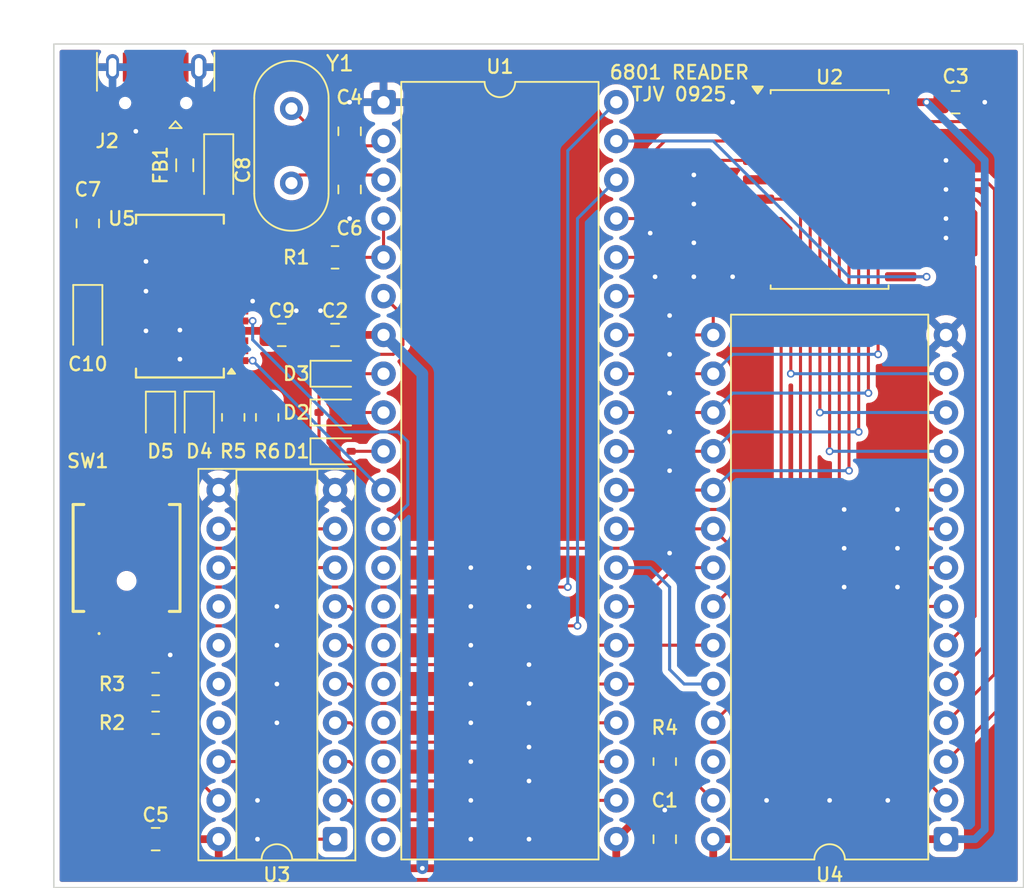
<source format=kicad_pcb>
(kicad_pcb (version 20241229) (generator "pcbnew") (generator_version "9.0")
  (layers (0 "F.Cu" signal) (2 "B.Cu" signal) (13 "F.Paste" user) (15 "B.Paste" user) (5 "F.SilkS" user "F.Silkscreen") (7 "B.SilkS" user "B.Silkscreen") (1 "F.Mask" user) (3 "B.Mask" user) (25 "Edge.Cuts" user))
  (net 0 "")
  (net 1 "+5V")
  (net 2 "GND")
  (net 3 "Net-(U1-XTAL)")
  (net 4 "Net-(U1-EXTAL)")
  (net 5 "Net-(D1-A)")
  (net 6 "/RESET")
  (net 7 "Net-(D2-A)")
  (net 8 "Net-(D3-A)")
  (net 9 "Net-(U1-~{IRQ})")
  (net 10 "Net-(U4-~{PGM})")
  (net 12 "/A8")
  (net 13 "/D5")
  (net 15 "/A14")
  (net 18 "/D2")
  (net 19 "Net-(U1-E)")
  (net 20 "/D3")
  (net 21 "/D6")
  (net 22 "/D1")
  (net 23 "/D4")
  (net 24 "/A12")
  (net 25 "/A15")
  (net 27 "Net-(U1-SC1)")
  (net 29 "Net-(U1-SC2)")
  (net 30 "/D7")
  (net 32 "/TX")
  (net 33 "/RX")
  (net 34 "/A10")
  (net 35 "/D0")
  (net 36 "/A13")
  (net 38 "/A9")
  (net 39 "Net-(U2-O2)")
  (net 40 "Net-(U2-O1)")
  (net 41 "Net-(U2-O4)")
  (net 42 "Net-(U2-O5)")
  (net 43 "Net-(U2-O3)")
  (net 44 "Net-(U2-O6)")
  (net 45 "Net-(U2-O0)")
  (net 46 "Net-(U2-O7)")
  (net 47 "/~{CS}")
  (net 48 "Net-(U3-I1{slash}CLK)")
  (net 66 "Net-(U5-3V3OUT)")
  (net 67 "Net-(D4-K)")
  (net 68 "Net-(D4-A)")
  (net 69 "Net-(D5-K)")
  (net 70 "Net-(D5-A)")
  (net 71 "Net-(J2-D-)")
  (net 72 "Net-(J2-D+)")
  (net 73 "Net-(J2-VBUS)")
  (net 75 "Net-(SW1-C)")
  (net 76 "Net-(SW1-A)")
  (net 77 "/A11")
  (footprint "LED_SMD:LED_0805_2012Metric" (layer "F.Cu") (at 83.185 64.4525 -90)
    (property "Reference" "D5")
    (property "Value" "LED")
  )
  (footprint "Capacitor_SMD:C_0805_2012Metric" (layer "F.Cu") (at 82.8675 92.075 180)
    (property "Reference" "C5")
    (property "Value" "100n")
  )
  (footprint "Resistor_SMD:R_0805_2012Metric" (layer "F.Cu") (at 82.8675 84.455 180)
    (property "Reference" "R2")
    (property "Value" "1k")
  )
  (footprint "Capacitor_SMD:C_0805_2012Metric" (layer "F.Cu") (at 78.4225 51.7525 90)
    (property "Reference" "C7")
    (property "Value" "100n")
  )
  (footprint "Resistor_SMD:R_0805_2012Metric" (layer "F.Cu") (at 82.8675 81.915 180)
    (property "Reference" "R3")
    (property "Value" "1k")
  )
  (footprint "Capacitor_SMD:C_0805_2012Metric" (layer "F.Cu") (at 135.255 43.815)
    (property "Reference" "C3")
    (property "Value" "100n")
  )
  (footprint "Connector_USB:USB_Micro-B_XKB_U254-051T-4BH83-F1S" (layer "F.Cu") (at 82.8675 41.91 180)
    (property "Reference" "J2")
    (property "Value" "XKB_U254-051T-4BH83-F1S")
  )
  (footprint "Capacitor_SMD:C_0805_2012Metric" (layer "F.Cu") (at 95.5675 49.53 -90)
    (property "Reference" "C6")
    (property "Value" "22p")
  )
  (footprint "Capacitor_SMD:C_0805_2012Metric" (layer "F.Cu") (at 91.1225 59.055 180)
    (property "Reference" "C9")
    (property "Value" "100n")
  )
  (footprint "Resistor_SMD:R_0805_2012Metric" (layer "F.Cu") (at 116.205 86.995 -90)
    (property "Reference" "R4")
    (property "Value" "1k")
  )
  (footprint "Inductor_SMD:L_0805_2012Metric" (layer "F.Cu") (at 84.7725 47.9425 90)
    (property "Reference" "FB1")
    (property "Value" "HCB2012KF-400T50")
  )
  (footprint "Package_DIP:DIP-40_W15.24mm" (layer "F.Cu") (at 97.79 43.815)
    (property "Reference" "U1")
    (property "Value" "MC6801")
  )
  (footprint "mc6801reader:SPEJ110100" (layer "F.Cu") (at 80.9625 73.66 90)
    (property "Reference" "SW1")
    (property "Value" "SPEJ110100" (hide yes))
  )
  (footprint "Diode_SMD:D_SOD-323" (layer "F.Cu") (at 94.615 64.135)
    (property "Reference" "D2")
    (property "Value" "1N4148")
  )
  (footprint "Capacitor_SMD:C_0805_2012Metric" (layer "F.Cu") (at 95.5675 45.72 90)
    (property "Reference" "C4")
    (property "Value" "22p")
  )
  (footprint "Diode_SMD:D_SOD-323" (layer "F.Cu") (at 94.615 66.675)
    (property "Reference" "D1")
    (property "Value" "1N4148")
  )
  (footprint "Diode_SMD:D_SOD-323" (layer "F.Cu") (at 94.615 61.595)
    (property "Reference" "D3")
    (property "Value" "1N4148")
  )
  (footprint "Package_DIP:DIP-28_W15.24mm" (layer "F.Cu") (at 134.62 92.075 180)
    (property "Reference" "U4")
    (property "Value" "2764")
  )
  (footprint "Resistor_SMD:R_0805_2012Metric" (layer "F.Cu") (at 87.9475 64.4525 -90)
    (property "Reference" "R5")
    (property "Value" "270R")
  )
  (footprint "Resistor_SMD:R_0805_2012Metric" (layer "F.Cu") (at 90.17 64.4525 -90)
    (property "Reference" "R6")
    (property "Value" "270R")
  )
  (footprint "Crystal:Crystal_HC49-U_Vertical" (layer "F.Cu") (at 91.7575 44.2325 -90)
    (property "Reference" "Y1")
    (property "Value" "2.4576MHz")
  )
  (footprint "Package_SO:SSOP-28_5.3x10.2mm_P0.65mm" (layer "F.Cu") (at 84.455 56.515 180)
    (property "Reference" "U5")
    (property "Value" "FT232RL")
  )
  (footprint "Package_SO:SOIC-20W_7.5x12.8mm_P1.27mm" (layer "F.Cu") (at 127 49.53)
    (property "Reference" "U2")
    (property "Value" "74LS373")
  )
  (footprint "Capacitor_Tantalum_SMD:CP_EIA-3216-18_Kemet-A" (layer "F.Cu") (at 86.995 48.2325 -90)
    (property "Reference" "C8")
    (property "Value" "10u")
  )
  (footprint "LED_SMD:LED_0805_2012Metric" (layer "F.Cu") (at 85.725 64.4525 -90)
    (property "Reference" "D4")
    (property "Value" "LED")
  )
  (footprint "Package_DIP:DIP-20_W7.62mm_Socket" (layer "F.Cu") (at 94.615 92.075 180)
    (property "Reference" "U3")
    (property "Value" "GAL16V8")
  )
  (footprint "Capacitor_Tantalum_SMD:CP_EIA-3216-18_Kemet-A" (layer "F.Cu") (at 78.4225 58.1025 -90)
    (property "Reference" "C10")
    (property "Value" "4u7")
  )
  (footprint "Capacitor_SMD:C_0805_2012Metric" (layer "F.Cu") (at 94.615 59.055 180)
    (property "Reference" "C2")
    (property "Value" "100n")
  )
  (footprint "Resistor_SMD:R_0805_2012Metric" (layer "F.Cu") (at 94.615 53.975)
    (property "Reference" "R1")
    (property "Value" "1k")
  )
  (footprint "Capacitor_SMD:C_0805_2012Metric" (layer "F.Cu") (at 116.205 92.075 90)
    (property "Reference" "C1")
    (property "Value" "100n")
  )
  (gr_rect (start 76.2 40.005) (end 139.7 95.25) (stroke (width 0.1)) (fill no) (layer "Edge.Cuts"))
  (gr_text "6801 READER\nTJV 0925" (at 117.1575 43.815 0) (layer "F.SilkS") (effects (font (size 0.889 0.889) (thickness 0.1524) (bold yes)) (justify bottom)))
  (segment (start 116.205 93.98) (end 113.03 93.98) (width 0.508) (layer "F.Cu") (net 1))
  (segment (start 80.855 55.54) (end 86.6775 55.54) (width 0.508) (layer "F.Cu") (net 1))
  (segment (start 116.205 93.025) (end 116.205 93.98) (width 0.508) (layer "F.Cu") (net 1))
  (segment (start 93.7025 53.975) (end 90.805 53.975) (width 0.508) (layer "F.Cu") (net 1))
  (segment (start 131.65 43.815) (end 133.35 43.815) (width 0.508) (layer "F.Cu") (net 1))
  (segment (start 87.63 93.98) (end 100.33 93.98) (width 0.508) (layer "F.Cu") (net 1))
  (segment (start 93.7025 55.285) (end 93.7025 53.975) (width 0.508) (layer "F.Cu") (net 1))
  (segment (start 83.78 84.455) (end 83.78 85.05) (width 0.508) (layer "F.Cu") (net 1))
  (segment (start 115.2125 86.0825) (end 114.6175 86.6775) (width 0.508) (layer "F.Cu") (net 1))
  (segment (start 78.4225 55.88) (end 78.4225 56.75) (width 0.508) (layer "F.Cu") (net 1))
  (segment (start 89.535 51.1175) (end 86.6775 51.1175) (width 0.508) (layer "F.Cu") (net 1))
  (segment (start 119.38 92.075) (end 119.38 93.345) (width 0.508) (layer "F.Cu") (net 1))
  (segment (start 86.995 92.075) (end 86.995 93.345) (width 0.508) (layer "F.Cu") (net 1))
  (segment (start 116.205 86.0825) (end 115.2125 86.0825) (width 0.508) (layer "F.Cu") (net 1))
  (segment (start 95.565 59.055) (end 97.79 59.055) (width 0.508) (layer "F.Cu") (net 1))
  (segment (start 118.745 93.98) (end 116.205 93.98) (width 0.508) (layer "F.Cu") (net 1))
  (segment (start 87.9475 63.54) (end 90.17 63.54) (width 0.508) (layer "F.Cu") (net 1))
  (segment (start 87.9475 62.5475) (end 87.9475 63.54) (width 0.508) (layer "F.Cu") (net 1))
  (segment (start 114.6175 86.6775) (end 114.6175 90.4875) (width 0.508) (layer "F.Cu") (net 1))
  (segment (start 86.6775 58.79) (end 86.6775 61.2775) (width 0.508) (layer "F.Cu") (net 1))
  (segment (start 134.62 92.075) (end 119.38 92.075) (width 0.508) (layer "F.Cu") (net 1))
  (segment (start 84.7725 50.8) (end 85.09 51.1175) (width 0.508) (layer "F.Cu") (net 1))
  (segment (start 89.9075 58.79) (end 90.1725 59.055) (width 0.508) (layer "F.Cu") (net 1))
  (segment (start 95.565 57.1475) (end 93.7025 55.285) (width 0.508) (layer "F.Cu") (net 1))
  (segment (start 90.17 53.34) (end 90.17 51.7525) (width 0.508) (layer "F.Cu") (net 1))
  (segment (start 86.995 93.345) (end 87.63 93.98) (width 0.508) (layer "F.Cu") (net 1))
  (segment (start 86.6775 55.54) (end 86.6775 51.1175) (width 0.508) (layer "F.Cu") (net 1))
  (segment (start 83.78 81.915) (end 83.78 84.455) (width 0.508) (layer "F.Cu") (net 1))
  (segment (start 86.6775 58.79) (end 88.055 58.79) (width 0.508) (layer "F.Cu") (net 1))
  (segment (start 85.09 51.1175) (end 86.6775 51.1175) (width 0.508) (layer "F.Cu") (net 1))
  (segment (start 114.6175 90.4875) (end 113.03 92.075) (width 0.508) (layer "F.Cu") (net 1))
  (segment (start 100.33 93.98) (end 113.03 93.98) (width 0.508) (layer "F.Cu") (net 1))
  (segment (start 113.03 93.98) (end 113.03 92.075) (width 0.508) (layer "F.Cu") (net 1))
  (segment (start 86.6775 55.54) (end 86.6775 58.79) (width 0.508) (layer "F.Cu") (net 1))
  (segment (start 133.35 43.815) (end 134.305 43.815) (width 0.508) (layer "F.Cu") (net 1))
  (segment (start 84.7725 49.005) (end 84.7725 50.8) (width 0.508) (layer "F.Cu") (net 1))
  (segment (start 90.805 53.975) (end 90.17 53.34) (width 0.508) (layer "F.Cu") (net 1))
  (segment (start 83.8175 92.075) (end 86.995 92.075) (width 0.508) (layer "F.Cu") (net 1))
  (segment (start 78.7625 55.54) (end 78.4225 55.88) (width 0.508) (layer "F.Cu") (net 1))
  (segment (start 83.8175 85.0875) (end 83.8175 92.075) (width 0.508) (layer "F.Cu") (net 1))
  (segment (start 90.17 51.7525) (end 89.535 51.1175) (width 0.508) (layer "F.Cu") (net 1))
  (segment (start 88.055 58.79) (end 89.9075 58.79) (width 0.508) (layer "F.Cu") (net 1))
  (segment (start 119.38 93.345) (end 118.745 93.98) (width 0.508) (layer "F.Cu") (net 1))
  (segment (start 95.565 59.055) (end 95.565 57.1475) (width 0.508) (layer "F.Cu") (net 1))
  (segment (start 83.78 85.05) (end 83.8175 85.0875) (width 0.508) (layer "F.Cu") (net 1))
  (segment (start 80.855 55.54) (end 78.7625 55.54) (width 0.508) (layer "F.Cu") (net 1))
  (segment (start 86.6775 61.2775) (end 87.9475 62.5475) (width 0.508) (layer "F.Cu") (net 1))
  (via (at 133.35 43.815) (size 0.508) (drill 0.3048) (layers "F.Cu" "B.Cu") (net 1))
  (via (at 100.33 93.98) (size 0.508) (drill 0.3048) (layers "F.Cu" "B.Cu") (net 1))
  (segment (start 136.525 92.075) (end 137.16 91.44) (width 0.508) (layer "B.Cu") (net 1))
  (segment (start 100.33 61.595) (end 100.33 93.98) (width 0.762) (layer "B.Cu") (net 1))
  (segment (start 137.16 47.625) (end 133.35 43.815) (width 0.508) (layer "B.Cu") (net 1))
  (segment (start 137.16 91.44) (end 137.16 47.625) (width 0.508) (layer "B.Cu") (net 1))
  (segment (start 134.62 92.075) (end 136.525 92.075) (width 0.508) (layer "B.Cu") (net 1))
  (segment (start 97.79 59.055) (end 100.33 61.595) (width 0.762) (layer "B.Cu") (net 1))
  (segment (start 81.5675 44.195) (end 81.5675 45.72) (width 0.2032) (layer "F.Cu") (net 2))
  (segment (start 136.205 43.815) (end 137.16 43.815) (width 0.2) (layer "F.Cu") (net 2))
  (segment (start 88.055 56.84) (end 89.2175 56.84) (width 0.2) (layer "F.Cu") (net 2))
  (segment (start 80.855 54.24) (end 82.2325 54.24) (width 0.2) (layer "F.Cu") (net 2))
  (segment (start 116.205 91.125) (end 116.205 90.17) (width 0.2) (layer "F.Cu") (net 2))
  (segment (start 122.35 43.815) (end 120.65 43.815) (width 0.2) (layer "F.Cu") (net 2))
  (segment (start 122.35 55.245) (end 120.65 55.245) (width 0.2) (layer "F.Cu") (net 2))
  (segment (start 80.855 58.79) (end 82.2325 58.79) (width 0.2) (layer "F.Cu") (net 2))
  (segment (start 80.855 56.19) (end 82.2325 56.19) (width 0.2) (layer "F.Cu") (net 2))
  (segment (start 80.855 59.44) (end 80.855 58.79) (width 0.2) (layer "F.Cu") (net 2))
  (segment (start 95.5675 51.435) (end 95.5675 50.48) (width 0.2) (layer "F.Cu") (net 2))
  (segment (start 95.5675 43.815) (end 95.5675 44.77) (width 0.2) (layer "F.Cu") (net 2))
  (via (at 103.505 74.295) (size 0.508) (drill 0.3048) (layers "F.Cu" "B.Cu") (net 2))
  (via (at 95.5675 43.815) (size 0.508) (drill 0.3048) (layers "F.Cu" "B.Cu") (net 2))
  (via (at 103.505 84.455) (size 0.508) (drill 0.3048) (layers "F.Cu" "B.Cu") (net 2))
  (via (at 134.62 52.705) (size 0.508) (drill 0.3048) (layers "F.Cu" "B.Cu") (net 2))
  (via (at 107.315 80.645) (size 0.508) (drill 0.3048) (layers "F.Cu" "B.Cu") (net 2))
  (via (at 118.11 55.245) (size 0.508) (drill 0.3048) (layers "F.Cu" "B.Cu") (net 2))
  (via (at 89.2175 56.84) (size 0.508) (drill 0.3048) (layers "F.Cu" "B.Cu") (net 2))
  (via (at 127 89.535) (size 0.508) (drill 0.3048) (layers "F.Cu" "B.Cu") (net 2))
  (via (at 131.445 75.565) (size 0.508) (drill 0.3048) (layers "F.Cu" "B.Cu") (net 2))
  (via (at 107.315 83.185) (size 0.508) (drill 0.3048) (layers "F.Cu" "B.Cu") (net 2))
  (via (at 107.315 76.835) (size 0.508) (drill 0.3048) (layers "F.Cu" "B.Cu") (net 2))
  (via (at 118.11 53.0225) (size 0.508) (drill 0.3048) (layers "F.Cu" "B.Cu") (net 2))
  (via (at 82.2325 58.79) (size 0.508) (drill 0.3048) (layers "F.Cu" "B.Cu") (net 2))
  (via (at 81.5675 45.72) (size 0.508) (drill 0.3048) (layers "F.Cu" "B.Cu") (net 2))
  (via (at 107.315 88.265) (size 0.508) (drill 0.3048) (layers "F.Cu" "B.Cu") (net 2))
  (via (at 103.505 76.835) (size 0.508) (drill 0.3048) (layers "F.Cu" "B.Cu") (net 2))
  (via (at 118.11 50.4825) (size 0.508) (drill 0.3048) (layers "F.Cu" "B.Cu") (net 2))
  (via (at 89.535 89.535) (size 0.508) (drill 0.3048) (layers "F.Cu" "B.Cu") (net 2))
  (via (at 107.315 74.295) (size 0.508) (drill 0.3048) (layers "F.Cu" "B.Cu") (net 2))
  (via (at 103.505 89.535) (size 0.508) (drill 0.3048) (layers "F.Cu" "B.Cu") (net 2))
  (via (at 116.5225 57.785) (size 0.508) (drill 0.3048) (layers "F.Cu" "B.Cu") (net 2))
  (via (at 95.5675 51.435) (size 0.508) (drill 0.3048) (layers "F.Cu" "B.Cu") (net 2))
  (via (at 130.81 89.535) (size 0.508) (drill 0.3048) (layers "F.Cu" "B.Cu") (net 2))
  (via (at 116.5225 60.325) (size 0.508) (drill 0.3048) (layers "F.Cu" "B.Cu") (net 2))
  (via (at 137.16 43.815) (size 0.508) (drill 0.3048) (layers "F.Cu" "B.Cu") (net 2))
  (via (at 82.2325 54.24) (size 0.508) (drill 0.3048) (layers "F.Cu" "B.Cu") (net 2))
  (via (at 116.5225 73.3425) (size 0.508) (drill 0.3048) (layers "F.Cu" "B.Cu") (net 2))
  (via (at 92.075 57.4675) (size 0.508) (drill 0.3048) (layers "F.Cu" "B.Cu") (net 2))
  (via (at 127.9525 75.565) (size 0.508) (drill 0.3048) (layers "F.Cu" "B.Cu") (net 2))
  (via (at 103.505 81.915) (size 0.508) (drill 0.3048) (layers "F.Cu" "B.Cu") (net 2))
  (via (at 134.62 47.625) (size 0.508) (drill 0.3048) (layers "F.Cu" "B.Cu") (net 2))
  (via (at 122.8725 89.535) (size 0.508) (drill 0.3048) (layers "F.Cu" "B.Cu") (net 2))
  (via (at 131.445 70.485) (size 0.508) (drill 0.3048) (layers "F.Cu" "B.Cu") (net 2))
  (via (at 116.5225 65.405) (size 0.508) (drill 0.3048) (layers "F.Cu" "B.Cu") (net 2))
  (via (at 118.11 48.5775) (size 0.508) (drill 0.3048) (layers "F.Cu" "B.Cu") (net 2))
  (via (at 90.805 84.455) (size 0.508) (drill 0.3048) (layers "F.Cu" "B.Cu") (net 2))
  (via (at 103.505 86.995) (size 0.508) (drill 0.3048) (layers "F.Cu" "B.Cu") (net 2))
  (via (at 90.805 76.835) (size 0.508) (drill 0.3048) (layers "F.Cu" "B.Cu") (net 2))
  (via (at 90.805 81.915) (size 0.508) (drill 0.3048) (layers "F.Cu" "B.Cu") (net 2))
  (via (at 134.62 51.435) (size 0.508) (drill 0.3048) (layers "F.Cu" "B.Cu") (net 2))
  (via (at 115.2525 52.3875) (size 0.508) (drill 0.3048) (layers "F.Cu" "B.Cu") (net 2))
  (via (at 120.65 43.815) (size 0.508) (drill 0.3048) (layers "F.Cu" "B.Cu") (net 2))
  (via (at 107.315 86.0425) (size 0.508) (drill 0.3048) (layers "F.Cu" "B.Cu") (net 2))
  (via (at 116.205 90.17) (size 0.508) (drill 0.3048) (layers "F.Cu" "B.Cu") (net 2))
  (via (at 134.62 49.53) (size 0.508) (drill 0.3048) (layers "F.Cu" "B.Cu") (net 2))
  (via (at 89.535 92.075) (size 0.508) (drill 0.3048) (layers "F.Cu" "B.Cu") (net 2))
  (via (at 116.5225 67.945) (size 0.508) (drill 0.3048) (layers "F.Cu" "B.Cu") (net 2))
  (via (at 107.315 92.075) (size 0.508) (drill 0.3048) (layers "F.Cu" "B.Cu") (net 2))
  (via (at 84.455 58.7375) (size 0.508) (drill 0.3048) (layers "F.Cu" "B.Cu") (net 2))
  (via (at 120.65 55.245) (size 0.508) (drill 0.3048) (layers "F.Cu" "B.Cu") (net 2))
  (via (at 82.2325 56.19) (size 0.508) (drill 0.3048) (layers "F.Cu" "B.Cu") (net 2))
  (via (at 93.6625 57.4675) (size 0.508) (drill 0.3048) (layers "F.Cu" "B.Cu") (net 2))
  (via (at 127.9525 70.485) (size 0.508) (drill 0.3048) (layers "F.Cu" "B.Cu") (net 2))
  (via (at 103.505 92.075) (size 0.508) (drill 0.3048) (layers "F.Cu" "B.Cu") (net 2))
  (via (at 116.5225 62.865) (size 0.508) (drill 0.3048) (layers "F.Cu" "B.Cu") (net 2))
  (via (at 131.445 73.025) (size 0.508) (drill 0.3048) (layers "F.Cu" "B.Cu") (net 2))
  (via (at 84.455 60.6425) (size 0.508) (drill 0.3048) (layers "F.Cu" "B.Cu") (net 2))
  (via (at 115.57 55.245) (size 0.508) (drill 0.3048) (layers "F.Cu" "B.Cu") (net 2))
  (via (at 103.505 79.375) (size 0.508) (drill 0.3048) (layers "F.Cu" "B.Cu") (net 2))
  (via (at 83.82 80.01) (size 0.508) (drill 0.3048) (layers "F.Cu" "B.Cu") (net 2))
  (via (at 127.9525 73.025) (size 0.508) (drill 0.3048) (layers "F.Cu" "B.Cu") (net 2))
  (via (at 90.805 79.375) (size 0.508) (drill 0.3048) (layers "F.Cu" "B.Cu") (net 2))
  (segment (start 95.5675 46.67) (end 97.475 46.67) (width 0.2) (layer "F.Cu") (net 3))
  (segment (start 94.195 46.67) (end 91.7575 44.2325) (width 0.2) (layer "F.Cu") (net 3))
  (segment (start 95.5675 46.67) (end 94.195 46.67) (width 0.2) (layer "F.Cu") (net 3))
  (segment (start 95.5675 48.58) (end 97.475 48.58) (width 0.2) (layer "F.Cu") (net 4))
  (segment (start 95.5675 48.58) (end 92.29 48.58) (width 0.2) (layer "F.Cu") (net 4))
  (segment (start 92.29 48.58) (end 91.7575 49.1125) (width 0.2) (layer "F.Cu") (net 4))
  (segment (start 97.79 66.675) (end 95.665 66.675) (width 0.2) (layer "F.Cu") (net 5))
  (segment (start 97.79 56.515) (end 99.06 57.785) (width 0.2032) (layer "F.Cu") (net 6))
  (segment (start 93.565 61.595) (end 93.565 64.135) (width 0.2032) (layer "F.Cu") (net 6))
  (segment (start 93.98 60.325) (end 93.565 60.74) (width 0.2032) (layer "F.Cu") (net 6))
  (segment (start 92.075 67.31) (end 92.71 66.675) (width 0.2032) (layer "F.Cu") (net 6))
  (segment (start 92.71 66.675) (end 93.565 66.675) (width 0.2032) (layer "F.Cu") (net 6))
  (segment (start 91.44 71.755) (end 92.075 71.12) (width 0.2032) (layer "F.Cu") (net 6))
  (segment (start 99.06 59.69) (end 98.425 60.325) (width 0.2032) (layer "F.Cu") (net 6))
  (segment (start 92.075 71.12) (end 92.075 67.31) (width 0.2032) (layer "F.Cu") (net 6))
  (segment (start 93.565 64.135) (end 93.565 66.675) (width 0.2032) (layer "F.Cu") (net 6))
  (segment (start 98.425 60.325) (end 93.98 60.325) (width 0.2032) (layer "F.Cu") (net 6))
  (segment (start 99.06 57.785) (end 99.06 59.69) (width 0.2032) (layer "F.Cu") (net 6))
  (segment (start 86.995 71.755) (end 91.44 71.755) (width 0.2032) (layer "F.Cu") (net 6))
  (segment (start 93.565 60.74) (end 93.565 61.595) (width 0.2032) (layer "F.Cu") (net 6))
  (segment (start 97.79 64.135) (end 95.665 64.135) (width 0.2) (layer "F.Cu") (net 7))
  (segment (start 95.63 61.595) (end 97.79 61.595) (width 0.2) (layer "F.Cu") (net 8))
  (segment (start 97.79 51.435) (end 97.79 53.975) (width 0.2) (layer "F.Cu") (net 9))
  (segment (start 97.79 53.975) (end 95.5275 53.975) (width 0.2) (layer "F.Cu") (net 9))
  (segment (start 116.205 87.9075) (end 117.7525 87.9075) (width 0.2) (layer "F.Cu") (net 10))
  (segment (start 117.7525 87.9075) (end 119.38 89.535) (width 0.2) (layer "F.Cu") (net 10))
  (segment (start 121.92 71.755) (end 121.92 81.915) (width 0.2) (layer "F.Cu") (net 12))
  (segment (start 121.92 81.915) (end 119.38 84.455) (width 0.2) (layer "F.Cu") (net 12))
  (segment (start 113.03 71.755) (end 115.2525 71.755) (width 0.2) (layer "F.Cu") (net 12))
  (segment (start 120.65 70.485) (end 121.92 71.755) (width 0.2) (layer "F.Cu") (net 12))
  (segment (start 115.2525 71.755) (end 116.5225 70.485) (width 0.2) (layer "F.Cu") (net 12))
  (segment (start 116.5225 70.485) (end 120.65 70.485) (width 0.2) (layer "F.Cu") (net 12))
  (segment (start 130.175 51.435) (end 131.65 51.435) (width 0.2) (layer "F.Cu") (net 13))
  (segment (start 129.54 52.07) (end 130.175 51.435) (width 0.2) (layer "F.Cu") (net 13))
  (segment (start 129.54 62.865) (end 129.54 52.07) (width 0.2) (layer "F.Cu") (net 13))
  (segment (start 113.03 64.135) (end 119.38 64.135) (width 0.2) (layer "F.Cu") (net 13))
  (via (at 129.54 62.865) (size 0.508) (drill 0.3048) (layers "F.Cu" "B.Cu") (net 13))
  (segment (start 129.54 62.865) (end 120.65 62.865) (width 0.2) (layer "B.Cu") (net 13))
  (segment (start 120.65 62.865) (end 119.38 64.135) (width 0.2) (layer "B.Cu") (net 13))
  (segment (start 96.8375 88.265) (end 104.775 88.265) (width 0.2) (layer "F.Cu") (net 15))
  (segment (start 104.775 88.265) (end 106.045 86.995) (width 0.2) (layer "F.Cu") (net 15))
  (segment (start 95.5675 86.995) (end 96.8375 88.265) (width 0.2) (layer "F.Cu") (net 15))
  (segment (start 106.045 86.995) (end 113.03 86.995) (width 0.2) (layer "F.Cu") (net 15))
  (segment (start 94.615 86.995) (end 95.5675 86.995) (width 0.2) (layer "F.Cu") (net 15))
  (segment (start 117.475 51.435) (end 122.35 51.435) (width 0.2) (layer "F.Cu") (net 18))
  (segment (start 113.03 56.515) (end 116.205 56.515) (width 0.2) (layer "F.Cu") (net 18))
  (segment (start 124.46 52.07) (end 123.825 51.435) (width 0.2) (layer "F.Cu") (net 18))
  (segment (start 123.825 51.435) (end 122.35 51.435) (width 0.2) (layer "F.Cu") (net 18))
  (segment (start 116.205 56.515) (end 116.84 55.88) (width 0.2) (layer "F.Cu") (net 18))
  (segment (start 116.84 52.07) (end 117.475 51.435) (width 0.2) (layer "F.Cu") (net 18))
  (segment (start 124.46 61.595) (end 124.46 52.07) (width 0.2) (layer "F.Cu") (net 18))
  (segment (start 116.84 55.88) (end 116.84 52.07) (width 0.2) (layer "F.Cu") (net 18))
  (via (at 124.46 61.595) (size 0.508) (drill 0.3048) (layers "F.Cu" "B.Cu") (net 18))
  (segment (start 124.46 61.595) (end 134.62 61.595) (width 0.2) (layer "B.Cu") (net 18))
  (segment (start 85.4075 87.9475) (end 86.995 89.535) (width 0.2) (layer "F.Cu") (net 19))
  (segment (start 93.6625 75.565) (end 91.1225 78.105) (width 0.2) (layer "F.Cu") (net 19))
  (segment (start 85.4075 78.74) (end 85.4075 87.9475) (width 0.2) (layer "F.Cu") (net 19))
  (segment (start 91.1225 78.105) (end 86.0425 78.105) (width 0.2) (layer "F.Cu") (net 19))
  (segment (start 109.855 75.565) (end 93.6625 75.565) (width 0.2) (layer "F.Cu") (net 19))
  (segment (start 86.0425 78.105) (end 85.4075 78.74) (width 0.2) (layer "F.Cu") (net 19))
  (via (at 109.855 75.565) (size 0.508) (drill 0.3048) (layers "F.Cu" "B.Cu") (net 19))
  (segment (start 109.855 46.99) (end 113.03 43.815) (width 0.2) (layer "B.Cu") (net 19))
  (segment (start 109.855 75.565) (end 109.855 46.99) (width 0.2) (layer "B.Cu") (net 19))
  (segment (start 113.03 59.055) (end 119.38 59.055) (width 0.2) (layer "F.Cu") (net 20))
  (segment (start 119.38 53.34) (end 119.38 59.055) (width 0.2) (layer "F.Cu") (net 20))
  (segment (start 122.35 52.705) (end 120.015 52.705) (width 0.2) (layer "F.Cu") (net 20))
  (segment (start 120.015 52.705) (end 119.38 53.34) (width 0.2) (layer "F.Cu") (net 20))
  (segment (start 113.03 66.675) (end 118.745 66.675) (width 0.2) (layer "F.Cu") (net 21))
  (segment (start 128.905 48.26) (end 129.54 47.625) (width 0.2) (layer "F.Cu") (net 21))
  (segment (start 128.905 65.405) (end 128.905 48.26) (width 0.2) (layer "F.Cu") (net 21))
  (segment (start 129.54 47.625) (end 131.65 47.625) (width 0.2) (layer "F.Cu") (net 21))
  (via (at 128.905 65.405) (size 0.508) (drill 0.3048) (layers "F.Cu" "B.Cu") (net 21))
  (segment (start 120.65 65.405) (end 119.38 66.675) (width 0.2) (layer "B.Cu") (net 21))
  (segment (start 128.905 65.405) (end 120.65 65.405) (width 0.2) (layer "B.Cu") (net 21))
  (segment (start 126.365 64.135) (end 126.365 48.26) (width 0.2) (layer "F.Cu") (net 22))
  (segment (start 116.84 47.625) (end 122.35 47.625) (width 0.2) (layer "F.Cu") (net 22))
  (segment (start 115.57 53.975) (end 116.205 53.34) (width 0.2) (layer "F.Cu") (net 22))
  (segment (start 125.73 47.625) (end 122.35 47.625) (width 0.2) (layer "F.Cu") (net 22))
  (segment (start 116.205 48.26) (end 116.84 47.625) (width 0.2) (layer "F.Cu") (net 22))
  (segment (start 126.365 48.26) (end 125.73 47.625) (width 0.2) (layer "F.Cu") (net 22))
  (segment (start 116.205 53.34) (end 116.205 48.26) (width 0.2) (layer "F.Cu") (net 22))
  (segment (start 113.03 53.975) (end 115.57 53.975) (width 0.2) (layer "F.Cu") (net 22))
  (via (at 126.365 64.135) (size 0.508) (drill 0.3048) (layers "F.Cu" "B.Cu") (net 22))
  (segment (start 126.365 64.135) (end 134.62 64.135) (width 0.2) (layer "B.Cu") (net 22))
  (segment (start 130.175 60.325) (end 130.175 52.705) (width 0.2) (layer "F.Cu") (net 23))
  (segment (start 113.03 61.595) (end 119.38 61.595) (width 0.2) (layer "F.Cu") (net 23))
  (segment (start 130.175 52.705) (end 131.65 52.705) (width 0.2) (layer "F.Cu") (net 23))
  (via (at 130.175 60.325) (size 0.508) (drill 0.3048) (layers "F.Cu" "B.Cu") (net 23))
  (segment (start 130.175 60.325) (end 120.65 60.325) (width 0.2) (layer "B.Cu") (net 23))
  (segment (start 120.65 60.325) (end 119.38 61.595) (width 0.2) (layer "B.Cu") (net 23))
  (segment (start 114.3 81.915) (end 118.11 85.725) (width 0.2) (layer "F.Cu") (net 24))
  (segment (start 96.8375 83.185) (end 104.775 83.185) (width 0.2) (layer "F.Cu") (net 24))
  (segment (start 130.81 85.725) (end 134.62 89.535) (width 0.2) (layer "F.Cu") (net 24))
  (segment (start 104.775 83.185) (end 106.045 81.915) (width 0.2) (layer "F.Cu") (net 24))
  (segment (start 95.5675 81.915) (end 96.8375 83.185) (width 0.2) (layer "F.Cu") (net 24))
  (segment (start 118.11 85.725) (end 130.81 85.725) (width 0.2) (layer "F.Cu") (net 24))
  (segment (start 113.03 81.915) (end 114.3 81.915) (width 0.2) (layer "F.Cu") (net 24))
  (segment (start 94.615 81.915) (end 95.5675 81.915) (width 0.2) (layer "F.Cu") (net 24))
  (segment (start 106.045 81.915) (end 113.03 81.915) (width 0.2) (layer "F.Cu") (net 24))
  (segment (start 106.045 89.535) (end 113.03 89.535) (width 0.2) (layer "F.Cu") (net 25))
  (segment (start 94.615 89.535) (end 95.5675 89.535) (width 0.2) (layer "F.Cu") (net 25))
  (segment (start 104.775 90.805) (end 106.045 89.535) (width 0.2) (layer "F.Cu") (net 25))
  (segment (start 96.8375 90.805) (end 104.775 90.805) (width 0.2) (layer "F.Cu") (net 25))
  (segment (start 95.5675 89.535) (end 96.8375 90.805) (width 0.2) (layer "F.Cu") (net 25))
  (segment (start 131.65 55.245) (end 133.35 55.245) (width 0.2) (layer "F.Cu") (net 27))
  (via (at 133.35 55.245) (size 0.508) (drill 0.3048) (layers "F.Cu" "B.Cu") (net 27))
  (segment (start 119.38 46.355) (end 113.03 46.355) (width 0.2) (layer "B.Cu") (net 27))
  (segment (start 128.27 55.245) (end 119.38 46.355) (width 0.2) (layer "B.Cu") (net 27))
  (segment (start 133.35 55.245) (end 128.27 55.245) (width 0.2) (layer "B.Cu") (net 27))
  (segment (start 95.5675 76.835) (end 94.615 76.835) (width 0.2) (layer "F.Cu") (net 29))
  (segment (start 110.49 78.105) (end 96.8375 78.105) (width 0.2) (layer "F.Cu") (net 29))
  (segment (start 96.8375 78.105) (end 95.5675 76.835) (width 0.2) (layer "F.Cu") (net 29))
  (via (at 110.49 78.105) (size 0.508) (drill 0.3048) (layers "F.Cu" "B.Cu") (net 29))
  (segment (start 110.49 78.105) (end 110.49 51.435) (width 0.2) (layer "B.Cu") (net 29))
  (segment (start 110.49 51.435) (end 113.03 48.895) (width 0.2) (layer "B.Cu") (net 29))
  (segment (start 128.27 46.99) (end 128.905 46.355) (width 0.2) (layer "F.Cu") (net 30))
  (segment (start 113.03 69.215) (end 119.38 69.215) (width 0.2) (layer "F.Cu") (net 30))
  (segment (start 128.27 67.945) (end 128.27 46.99) (width 0.2) (layer "F.Cu") (net 30))
  (segment (start 128.905 46.355) (end 131.65 46.355) (width 0.2) (layer "F.Cu") (net 30))
  (via (at 128.27 67.945) (size 0.508) (drill 0.3048) (layers "F.Cu" "B.Cu") (net 30))
  (segment (start 120.65 67.945) (end 119.38 69.215) (width 0.2) (layer "B.Cu") (net 30))
  (segment (start 128.27 67.945) (end 120.65 67.945) (width 0.2) (layer "B.Cu") (net 30))
  (segment (start 88.055 58.14) (end 89.2175 58.14) (width 0.2) (layer "F.Cu") (net 32))
  (via (at 89.2175 58.14) (size 0.508) (drill 0.3048) (layers "F.Cu" "B.Cu") (net 32))
  (segment (start 98.7425 65.405) (end 99.3775 66.04) (width 0.2) (layer "B.Cu") (net 32))
  (segment (start 95.25 65.405) (end 98.7425 65.405) (width 0.2) (layer "B.Cu") (net 32))
  (segment (start 99.3775 70.1675) (end 97.79 71.755) (width 0.2) (layer "B.Cu") (net 32))
  (segment (start 89.2175 59.3725) (end 95.25 65.405) (width 0.2) (layer "B.Cu") (net 32))
  (segment (start 89.2175 58.14) (end 89.2175 59.3725) (width 0.2) (layer "B.Cu") (net 32))
  (segment (start 99.3775 66.04) (end 99.3775 70.1675) (width 0.2) (layer "B.Cu") (net 32))
  (segment (start 88.055 60.74) (end 89.2175 60.74) (width 0.2) (layer "F.Cu") (net 33))
  (via (at 89.2175 60.74) (size 0.508) (drill 0.3048) (layers "F.Cu" "B.Cu") (net 33))
  (segment (start 97.4725 68.995) (end 89.2175 60.74) (width 0.2) (layer "B.Cu") (net 33))
  (segment (start 113.03 76.835) (end 114.3 76.835) (width 0.2) (layer "F.Cu") (net 34))
  (segment (start 116.84 74.295) (end 118.745 74.295) (width 0.2) (layer "F.Cu") (net 34))
  (segment (start 114.3 76.835) (end 116.84 74.295) (width 0.2) (layer "F.Cu") (net 34))
  (segment (start 127 66.675) (end 127 46.99) (width 0.2) (layer "F.Cu") (net 35))
  (segment (start 126.365 46.355) (end 122.35 46.355) (width 0.2) (layer "F.Cu") (net 35))
  (segment (start 113.03 51.435) (end 114.935 51.435) (width 0.2) (layer "F.Cu") (net 35))
  (segment (start 115.57 46.99) (end 116.205 46.355) (width 0.2) (layer "F.Cu") (net 35))
  (segment (start 114.935 51.435) (end 115.57 50.8) (width 0.2) (layer "F.Cu") (net 35))
  (segment (start 127 46.99) (end 126.365 46.355) (width 0.2) (layer "F.Cu") (net 35))
  (segment (start 115.57 50.8) (end 115.57 46.99) (width 0.2) (layer "F.Cu") (net 35))
  (segment (start 116.205 46.355) (end 122.35 46.355) (width 0.2) (layer "F.Cu") (net 35))
  (via (at 127 66.675) (size 0.508) (drill 0.3048) (layers "F.Cu" "B.Cu") (net 35))
  (segment (start 127 66.675) (end 134.62 66.675) (width 0.2) (layer "B.Cu") (net 35))
  (segment (start 104.775 85.725) (end 106.045 84.455) (width 0.2) (layer "F.Cu") (net 36))
  (segment (start 106.045 84.455) (end 113.03 84.455) (width 0.2) (layer "F.Cu") (net 36))
  (segment (start 94.615 84.455) (end 95.646875 84.455) (width 0.2) (layer "F.Cu") (net 36))
  (segment (start 96.916875 85.725) (end 104.775 85.725) (width 0.2) (layer "F.Cu") (net 36))
  (segment (start 95.646875 84.455) (end 96.916875 85.725) (width 0.2) (layer "F.Cu") (net 36))
  (segment (start 117.475 81.915) (end 116.5225 80.9625) (width 0.2032) (layer "B.Cu") (net 38))
  (segment (start 119.38 81.915) (end 117.475 81.915) (width 0.2032) (layer "B.Cu") (net 38))
  (segment (start 116.5225 75.565) (end 115.2525 74.295) (width 0.2032) (layer "B.Cu") (net 38))
  (segment (start 115.2525 74.295) (end 113.03 74.295) (width 0.2032) (layer "B.Cu") (net 38))
  (segment (start 116.5225 80.9625) (end 116.5225 75.565) (width 0.2032) (layer "B.Cu") (net 38))
  (segment (start 125.095 50.8) (end 125.095 73.66) (width 0.2) (layer "F.Cu") (net 39))
  (segment (start 125.73 74.295) (end 134.62 74.295) (width 0.2) (layer "F.Cu") (net 39))
  (segment (start 124.46 50.165) (end 125.095 50.8) (width 0.2) (layer "F.Cu") (net 39))
  (segment (start 125.095 73.66) (end 125.73 74.295) (width 0.2) (layer "F.Cu") (net 39))
  (segment (start 122.35 50.165) (end 124.46 50.165) (width 0.2) (layer "F.Cu") (net 39))
  (segment (start 126.365 71.755) (end 134.62 71.755) (width 0.2) (layer "F.Cu") (net 40))
  (segment (start 125.095 48.895) (end 125.73 49.53) (width 0.2) (layer "F.Cu") (net 40))
  (segment (start 125.73 49.53) (end 125.73 71.12) (width 0.2) (layer "F.Cu") (net 40))
  (segment (start 125.73 71.12) (end 126.365 71.755) (width 0.2) (layer "F.Cu") (net 40))
  (segment (start 122.35 48.895) (end 125.095 48.895) (width 0.2) (layer "F.Cu") (net 40))
  (segment (start 136.525 77.47) (end 134.62 79.375) (width 0.2) (layer "F.Cu") (net 41))
  (segment (start 135.89 53.975) (end 136.525 54.61) (width 0.2) (layer "F.Cu") (net 41))
  (segment (start 136.525 54.61) (end 136.525 77.47) (width 0.2) (layer "F.Cu") (net 41))
  (segment (start 131.65 53.975) (end 135.89 53.975) (width 0.2) (layer "F.Cu") (net 41))
  (segment (start 137.16 79.375) (end 134.62 81.915) (width 0.2) (layer "F.Cu") (net 42))
  (segment (start 137.16 50.8) (end 137.16 79.375) (width 0.2) (layer "F.Cu") (net 42))
  (segment (start 136.525 50.165) (end 137.16 50.8) (width 0.2) (layer "F.Cu") (net 42))
  (segment (start 131.65 50.165) (end 136.525 50.165) (width 0.2) (layer "F.Cu") (net 42))
  (segment (start 123.825 53.975) (end 123.825 76.2) (width 0.2) (layer "F.Cu") (net 43))
  (segment (start 123.825 76.2) (end 124.46 76.835) (width 0.2) (layer "F.Cu") (net 43))
  (segment (start 124.46 76.835) (end 134.62 76.835) (width 0.2) (layer "F.Cu") (net 43))
  (segment (start 122.35 53.975) (end 123.825 53.975) (width 0.2) (layer "F.Cu") (net 43))
  (segment (start 131.65 48.895) (end 137.16 48.895) (width 0.2) (layer "F.Cu") (net 44))
  (segment (start 137.16 48.895) (end 137.795 49.53) (width 0.2) (layer "F.Cu") (net 44))
  (segment (start 137.795 81.28) (end 134.62 84.455) (width 0.2) (layer "F.Cu") (net 44))
  (segment (start 137.795 49.53) (end 137.795 81.28) (width 0.2) (layer "F.Cu") (net 44))
  (segment (start 122.35 45.085) (end 127 45.085) (width 0.2) (layer "F.Cu") (net 45))
  (segment (start 127.635 45.72) (end 127.635 68.58) (width 0.2) (layer "F.Cu") (net 45))
  (segment (start 128.27 69.215) (end 134.62 69.215) (width 0.2) (layer "F.Cu") (net 45))
  (segment (start 127.635 68.58) (end 128.27 69.215) (width 0.2) (layer "F.Cu") (net 45))
  (segment (start 127 45.085) (end 127.635 45.72) (width 0.2) (layer "F.Cu") (net 45))
  (segment (start 131.65 45.085) (end 137.795 45.085) (width 0.2) (layer "F.Cu") (net 46))
  (segment (start 137.795 45.085) (end 138.43 45.72) (width 0.2) (layer "F.Cu") (net 46))
  (segment (start 138.43 45.72) (end 138.43 83.185) (width 0.2) (layer "F.Cu") (net 46))
  (segment (start 138.43 83.185) (end 134.62 86.995) (width 0.2) (layer "F.Cu") (net 46))
  (segment (start 116.5225 71.755) (end 119.38 71.755) (width 0.2) (layer "F.Cu") (net 47))
  (segment (start 91.59875 74.295) (end 92.86875 73.025) (width 0.2) (layer "F.Cu") (net 47))
  (segment (start 115.2525 73.025) (end 116.5225 71.755) (width 0.2) (layer "F.Cu") (net 47))
  (segment (start 86.995 74.295) (end 91.59875 74.295) (width 0.2) (layer "F.Cu") (net 47))
  (segment (start 120.9675 75.2475) (end 119.38 76.835) (width 0.2) (layer "F.Cu") (net 47))
  (segment (start 119.38 71.755) (end 120.9675 73.3425) (width 0.2) (layer "F.Cu") (net 47))
  (segment (start 120.9675 73.3425) (end 120.9675 75.2475) (width 0.2) (layer "F.Cu") (net 47))
  (segment (start 92.86875 73.025) (end 115.2525 73.025) (width 0.2) (layer "F.Cu") (net 47))
  (segment (start 91.7575 92.075) (end 90.805 91.1225) (width 0.2032) (layer "F.Cu") (net 48))
  (segment (start 90.805 91.1225) (end 90.805 87.9475) (width 0.2032) (layer "F.Cu") (net 48))
  (segment (start 90.805 87.9475) (end 89.8525 86.995) (width 0.2032) (layer "F.Cu") (net 48))
  (segment (start 94.615 92.075) (end 91.7575 92.075) (width 0.2032) (layer "F.Cu") (net 48))
  (segment (start 89.8525 86.995) (end 86.995 86.995) (width 0.2032) (layer "F.Cu") (net 48))
  (segment (start 78.4225 53.34) (end 78.4225 52.7025) (width 0.2) (layer "F.Cu") (net 66))
  (segment (start 80.855 53.59) (end 78.6725 53.59) (width 0.2) (layer "F.Cu") (net 66))
  (segment (start 78.6725 53.59) (end 78.4225 53.34) (width 0.2) (layer "F.Cu") (net 66))
  (segment (start 85.725 63.515) (end 85.725 57.15) (width 0.2) (layer "F.Cu") (net 67))
  (segment (start 85.725 57.15) (end 85.415 56.84) (width 0.2) (layer "F.Cu") (net 67))
  (segment (start 85.415 56.84) (end 80.855 56.84) (width 0.2) (layer "F.Cu") (net 67))
  (segment (start 85.725 65.39) (end 87.9225 65.39) (width 0.2032) (layer "F.Cu") (net 68))
  (segment (start 83.185 63.515) (end 83.185 57.785) (width 0.2) (layer "F.Cu") (net 69))
  (segment (start 83.185 57.785) (end 82.89 57.49) (width 0.2) (layer "F.Cu") (net 69))
  (segment (start 82.89 57.49) (end 80.855 57.49) (width 0.2) (layer "F.Cu") (net 69))
  (segment (start 83.5025 66.3575) (end 83.185 66.04) (width 0.2032) (layer "F.Cu") (net 70))
  (segment (start 89.8525 66.3575) (end 83.5025 66.3575) (width 0.2032) (layer "F.Cu") (net 70))
  (segment (start 90.17 66.04) (end 89.8525 66.3575) (width 0.2032) (layer "F.Cu") (net 70))
  (segment (start 90.17 65.365) (end 90.17 66.04) (width 0.2032) (layer "F.Cu") (net 70))
  (segment (start 83.185 66.04) (end 83.185 65.39) (width 0.2032) (layer "F.Cu") (net 70))
  (segment (start 83.5175 44.195) (end 83.5175 52.3725) (width 0.2032) (layer "F.Cu") (net 71))
  (segment (start 83.5175 52.3725) (end 82.95 52.94) (width 0.2032) (layer "F.Cu") (net 71))
  (segment (start 82.95 52.94) (end 80.855 52.94) (width 0.2032) (layer "F.Cu") (net 71))
  (segment (start 82.8675 44.195) (end 82.8675 51.7525) (width 0.2032) (layer "F.Cu") (net 72))
  (segment (start 82.33 52.29) (end 80.855 52.29) (width 0.2032) (layer "F.Cu") (net 72))
  (segment (start 82.8675 51.7525) (end 82.33 52.29) (width 0.2032) (layer "F.Cu") (net 72))
  (segment (start 84.1675 44.195) (end 84.1675 46.275) (width 0.4064) (layer "F.Cu") (net 73))
  (segment (start 84.1675 46.275) (end 84.7725 46.88) (width 0.4064) (layer "F.Cu") (net 73))
  (segment (start 84.7725 46.88) (end 86.705 46.88) (width 0.4064) (layer "F.Cu") (net 73))
  (segment (start 94.615 71.755) (end 92.71 71.755) (width 0.2032) (layer "F.Cu") (net 75))
  (segment (start 92.71 71.755) (end 91.44 73.025) (width 0.2032) (layer "F.Cu") (net 75))
  (segment (start 80.9625 77.66) (end 80.9625 84.1375) (width 0.2032) (layer "F.Cu") (net 75))
  (segment (start 80.9625 84.1375) (end 81.28 84.455) (width 0.2032) (layer "F.Cu") (net 75))
  (segment (start 84.7725 73.025) (end 80.9625 76.835) (width 0.2032) (layer "F.Cu") (net 75))
  (segment (start 91.44 73.025) (end 84.7725 73.025) (width 0.2032) (layer "F.Cu") (net 75))
  (segment (start 80.9625 76.835) (end 80.9625 77.66) (width 0.2032) (layer "F.Cu") (net 75))
  (segment (start 81.28 84.455) (end 81.955 84.455) (width 0.2032) (layer "F.Cu") (net 75))
  (segment (start 93.0275 74.295) (end 91.7575 75.565) (width 0.2032) (layer "F.Cu") (net 76))
  (segment (start 84.18 75.565) (end 82.7625 76.9825) (width 0.2032) (layer "F.Cu") (net 76))
  (segment (start 81.955 80.2875) (end 81.955 81.915) (width 0.2032) (layer "F.Cu") (net 76))
  (segment (start 82.7625 77.66) (end 82.7625 79.48) (width 0.2032) (layer "F.Cu") (net 76))
  (segment (start 82.7625 79.48) (end 81.955 80.2875) (width 0.2032) (layer "F.Cu") (net 76))
  (segment (start 82.7625 76.9825) (end 82.7625 77.66) (width 0.2032) (layer "F.Cu") (net 76))
  (segment (start 94.615 74.295) (end 93.0275 74.295) (width 0.2032) (layer "F.Cu") (net 76))
  (segment (start 91.7575 75.565) (end 84.18 75.565) (width 0.2032) (layer "F.Cu") (net 76))
  (segment (start 104.775 80.645) (end 106.045 79.375) (width 0.2032) (layer "F.Cu") (net 77))
  (segment (start 95.5675 79.375) (end 96.8375 80.645) (width 0.2032) (layer "F.Cu") (net 77))
  (segment (start 94.615 79.375) (end 95.5675 79.375) (width 0.2032) (layer "F.Cu") (net 77))
  (segment (start 106.045 79.375) (end 113.03 79.375) (width 0.2032) (layer "F.Cu") (net 77))
  (segment (start 119.38 79.375) (end 113.03 79.375) (width 0.2032) (layer "F.Cu") (net 77))
  (segment (start 96.8375 80.645) (end 104.775 80.645) (width 0.2032) (layer "F.Cu") (net 77))
  (zone (net 2) (net_name "GND") (layers "F.Cu" "B.Cu") (connect_pads (clearance 0.381)) (min_thickness 0.25) (fill yes (thermal_gap 0.5) (thermal_bridge_width 0.5))
    (polygon (pts (xy 76.2 40.005) (xy 139.7 40.005) (xy 139.7 95.25) (xy 76.2 95.25)))
  )
)
</source>
